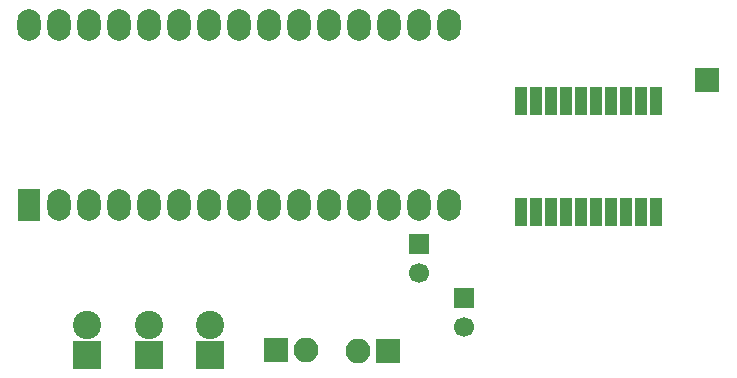
<source format=gbs>
G04 #@! TF.FileFunction,Soldermask,Bot*
%FSLAX46Y46*%
G04 Gerber Fmt 4.6, Leading zero omitted, Abs format (unit mm)*
G04 Created by KiCad (PCBNEW 4.0.5-e0-6337~49~ubuntu16.04.1) date Wed Jan 18 11:42:35 2017*
%MOMM*%
%LPD*%
G01*
G04 APERTURE LIST*
%ADD10C,0.100000*%
%ADD11R,1.700000X1.700000*%
%ADD12C,1.700000*%
%ADD13R,2.400000X2.400000*%
%ADD14C,2.400000*%
%ADD15R,2.100000X2.100000*%
%ADD16R,1.974800X2.686000*%
%ADD17O,1.974800X2.686000*%
%ADD18O,2.100000X2.100000*%
%ADD19R,1.000000X2.350000*%
G04 APERTURE END LIST*
D10*
D11*
X162433000Y-115951000D03*
D12*
X162433000Y-118451000D03*
D11*
X166243000Y-120523000D03*
D12*
X166243000Y-123023000D03*
D13*
X134366000Y-125349000D03*
D14*
X134366000Y-122809000D03*
D13*
X139573000Y-125349000D03*
D14*
X139573000Y-122809000D03*
D13*
X144780000Y-125349000D03*
D14*
X144780000Y-122809000D03*
D15*
X186817000Y-102108000D03*
D16*
X129451100Y-112623600D03*
D17*
X131991100Y-112623600D03*
X134531100Y-112623600D03*
X137071100Y-112623600D03*
X139611100Y-112623600D03*
X142151100Y-112623600D03*
X144691100Y-112623600D03*
X147231100Y-112623600D03*
X149771100Y-112623600D03*
X152311100Y-112623600D03*
X154851100Y-112623600D03*
X157391100Y-112623600D03*
X159931100Y-112623600D03*
X162471100Y-112623600D03*
X165011100Y-112623600D03*
X165011100Y-97383600D03*
X162471100Y-97383600D03*
X159931100Y-97383600D03*
X157391100Y-97383600D03*
X154851100Y-97383600D03*
X152311100Y-97383600D03*
X149771100Y-97383600D03*
X147231100Y-97383600D03*
X144691100Y-97383600D03*
X142151100Y-97383600D03*
X139611100Y-97383600D03*
X137071100Y-97383600D03*
X134531100Y-97383600D03*
X131991100Y-97383600D03*
X129451100Y-97383600D03*
D15*
X150368000Y-124968000D03*
D18*
X152908000Y-124968000D03*
D15*
X159816800Y-125018800D03*
D18*
X157276800Y-125018800D03*
D19*
X182499000Y-113285000D03*
X181229000Y-113285000D03*
X179959000Y-113285000D03*
X178689000Y-113285000D03*
X177419000Y-113285000D03*
X176149000Y-113285000D03*
X174879000Y-113285000D03*
X173609000Y-113285000D03*
X172339000Y-113285000D03*
X171069000Y-113285000D03*
X171069000Y-103885000D03*
X172339000Y-103885000D03*
X173609000Y-103885000D03*
X174879000Y-103885000D03*
X176149000Y-103885000D03*
X177419000Y-103885000D03*
X178689000Y-103885000D03*
X179959000Y-103885000D03*
X181229000Y-103885000D03*
X182499000Y-103885000D03*
M02*

</source>
